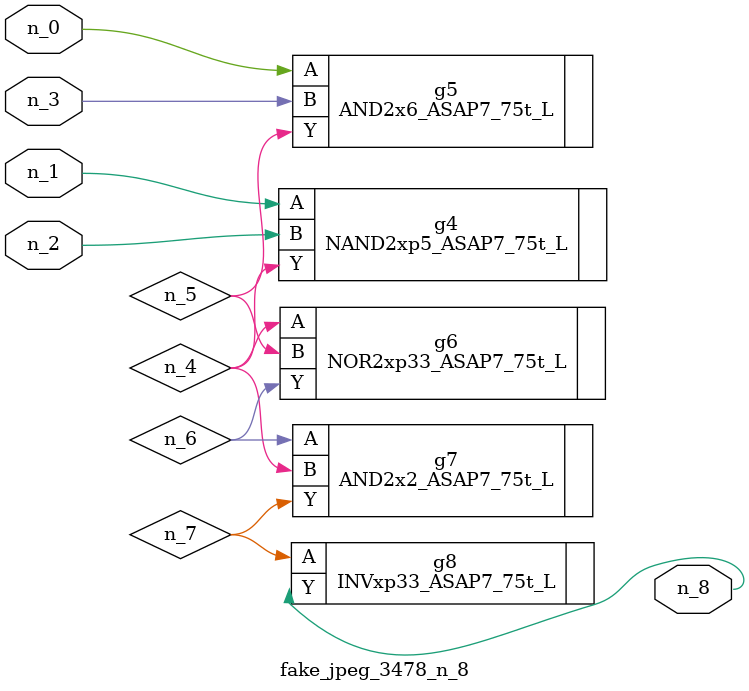
<source format=v>
module fake_jpeg_3478_n_8 (n_0, n_3, n_2, n_1, n_8);

input n_0;
input n_3;
input n_2;
input n_1;

output n_8;

wire n_4;
wire n_6;
wire n_5;
wire n_7;

NAND2xp5_ASAP7_75t_L g4 ( 
.A(n_1),
.B(n_2),
.Y(n_4)
);

AND2x6_ASAP7_75t_L g5 ( 
.A(n_0),
.B(n_3),
.Y(n_5)
);

NOR2xp33_ASAP7_75t_L g6 ( 
.A(n_4),
.B(n_5),
.Y(n_6)
);

AND2x2_ASAP7_75t_L g7 ( 
.A(n_6),
.B(n_4),
.Y(n_7)
);

INVxp33_ASAP7_75t_L g8 ( 
.A(n_7),
.Y(n_8)
);


endmodule
</source>
